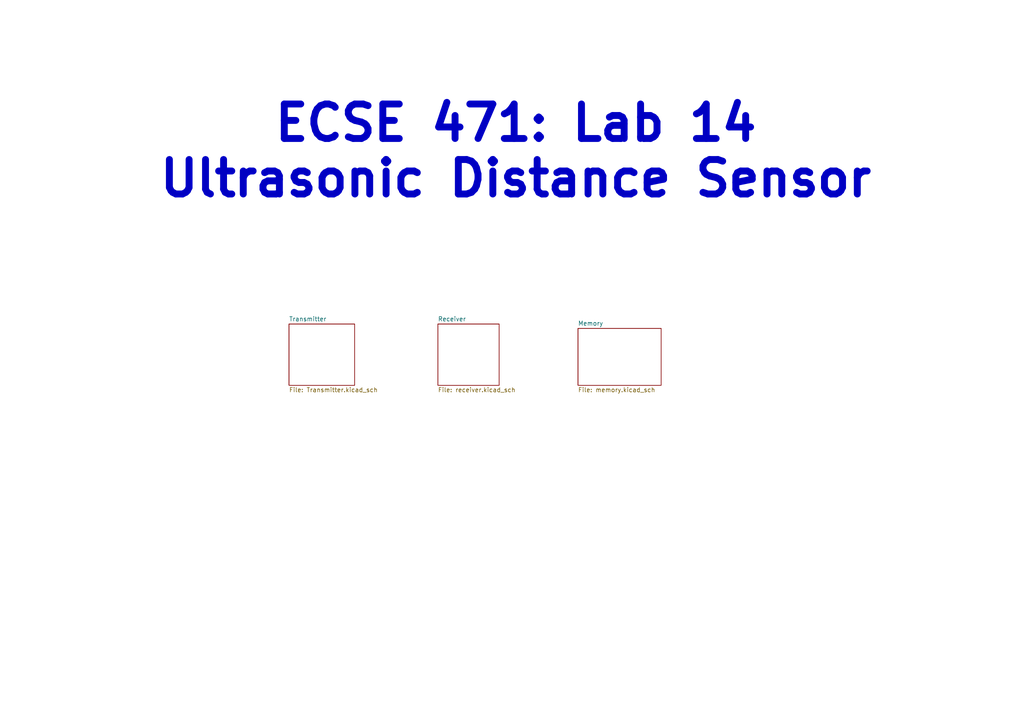
<source format=kicad_sch>
(kicad_sch
	(version 20231120)
	(generator "eeschema")
	(generator_version "8.0")
	(uuid "dc193204-f06f-4bda-a794-1fc81970e56e")
	(paper "A4")
	(title_block
		(title "ECSE 471 Lab 14")
		(date "2025-04-24")
		(company "CWRU")
		(comment 1 "Drawn By T.Cowles")
	)
	(lib_symbols)
	(text "ECSE 471: Lab 14 \nUltrasonic Distance Sensor "
		(exclude_from_sim no)
		(at 153.416 43.942 0)
		(effects
			(font
				(size 10 10)
				(thickness 2)
				(bold yes)
			)
		)
		(uuid "a7e0e189-0b6f-4f6d-bc37-0239e5a39ef5")
	)
	(sheet
		(at 127 93.98)
		(size 17.78 17.78)
		(fields_autoplaced yes)
		(stroke
			(width 0.1524)
			(type solid)
		)
		(fill
			(color 0 0 0 0.0000)
		)
		(uuid "192509eb-f1fc-4099-940d-d2c9e6a8df23")
		(property "Sheetname" "Receiver"
			(at 127 93.2684 0)
			(effects
				(font
					(size 1.27 1.27)
				)
				(justify left bottom)
			)
		)
		(property "Sheetfile" "receiver.kicad_sch"
			(at 127 112.3446 0)
			(effects
				(font
					(size 1.27 1.27)
				)
				(justify left top)
			)
		)
		(instances
			(project "lab14_distance_sensor"
				(path "/dc193204-f06f-4bda-a794-1fc81970e56e"
					(page "3")
				)
			)
		)
	)
	(sheet
		(at 167.64 95.25)
		(size 24.13 16.51)
		(fields_autoplaced yes)
		(stroke
			(width 0.1524)
			(type solid)
		)
		(fill
			(color 0 0 0 0.0000)
		)
		(uuid "63fcc152-d205-4771-b903-c6ac1fa49597")
		(property "Sheetname" "Memory"
			(at 167.64 94.5384 0)
			(effects
				(font
					(size 1.27 1.27)
				)
				(justify left bottom)
			)
		)
		(property "Sheetfile" "memory.kicad_sch"
			(at 167.64 112.3446 0)
			(effects
				(font
					(size 1.27 1.27)
				)
				(justify left top)
			)
		)
		(instances
			(project "lab14_distance_sensor"
				(path "/dc193204-f06f-4bda-a794-1fc81970e56e"
					(page "4")
				)
			)
		)
	)
	(sheet
		(at 83.82 93.98)
		(size 19.05 17.78)
		(fields_autoplaced yes)
		(stroke
			(width 0.1524)
			(type solid)
		)
		(fill
			(color 0 0 0 0.0000)
		)
		(uuid "aebca28e-99b0-430e-8a9e-77f4cce3ca93")
		(property "Sheetname" "Transmitter"
			(at 83.82 93.2684 0)
			(effects
				(font
					(size 1.27 1.27)
				)
				(justify left bottom)
			)
		)
		(property "Sheetfile" "Transmitter.kicad_sch"
			(at 83.82 112.3446 0)
			(effects
				(font
					(size 1.27 1.27)
				)
				(justify left top)
			)
		)
		(instances
			(project "lab14_distance_sensor"
				(path "/dc193204-f06f-4bda-a794-1fc81970e56e"
					(page "2")
				)
			)
		)
	)
	(sheet_instances
		(path "/"
			(page "1")
		)
	)
)

</source>
